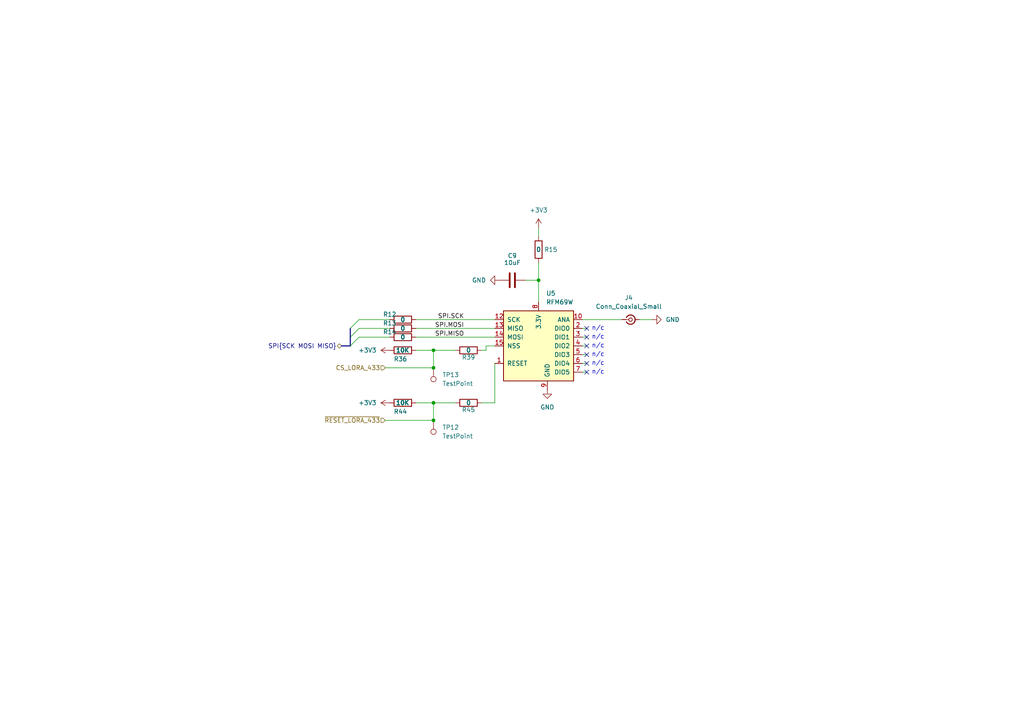
<source format=kicad_sch>
(kicad_sch (version 20231120) (generator "eeschema") (generator_version "8.0")
  (paper "A4")
  (title_block (title "Comms - LoRa 433") (company "catbranchman") (comment 1 "Electrical Engineering Department") (comment 2 "EE 156 / Stanford University") (comment 3 "Flight Club, W6YX, Endurance"))
  (lib_symbols
    (symbol "Connector:Conn_Coaxial_Small" (pin_numbers hide) (pin_names (offset 1.016) hide)
      (property "Reference" "J" (at 0.254 3.048 0))
      (property "Value" "Conn_Coaxial_Small" (at 0 -3.81 0))
      (symbol "Conn_Coaxial_Small_0_1"
        (polyline (pts (xy -2.54 0) (xy -0.508 0)))
        (circle (center 0 0) (radius 0.508) (stroke (width 0.2032)))
      )
      (symbol "Conn_Coaxial_Small_1_1"
        (arc (start -1.1916 -0.6311) (mid 0.327 -1.3081) (end 1.3484 0.0039) (stroke (width 0.3048)))
        (arc (start 1.3484 -0.0039) (mid 0.327 1.3081) (end -1.1916 0.6311) (stroke (width 0.3048)))
        (pin passive line (at -2.54 0 0) (length 1.27) (name "In") (number "1"))
        (pin passive line (at 2.54 0 180) (length 1.27) (name "Ext") (number "2"))
      )
    )
    (symbol "Connector:TestPoint" (pin_numbers hide) (pin_names (offset 0.762) hide)
      (property "Reference" "TP" (at 0 6.858 0))
      (property "Value" "TestPoint" (at 0 5.08 0))
      (symbol "TestPoint_0_1"
        (circle (center 0 3.302) (radius 0.762))
      )
      (symbol "TestPoint_1_1"
        (pin passive line (at 0 0 90) (length 2.54) (name "1") (number "1"))
      )
    )
    (symbol "Device:C" (pin_numbers hide) (pin_names (offset 0.254))
      (property "Reference" "C" (at 0.635 2.54 0))
      (property "Value" "C" (at 0.635 -2.54 0))
      (symbol "C_0_1"
        (polyline (pts (xy -2.032 -0.762) (xy 2.032 -0.762)) (stroke (width 0.508)))
        (polyline (pts (xy -2.032 0.762) (xy 2.032 0.762)) (stroke (width 0.508)))
      )
      (symbol "C_1_1"
        (pin passive line (at 0 3.81 270) (length 2.794) (name "~") (number "1"))
        (pin passive line (at 0 -3.81 90) (length 2.794) (name "~") (number "2"))
      )
    )
    (symbol "Device:R" (pin_numbers hide) (pin_names (offset 0))
      (property "Reference" "R" (at 2.032 0 90))
      (property "Value" "R" (at 0 0 90))
      (symbol "R_0_1"
        (rectangle (start -1.016 -2.54) (end 1.016 2.54) (stroke (width 0.254)))
      )
      (symbol "R_1_1"
        (pin passive line (at 0 3.81 270) (length 1.27) (name "~") (number "1"))
        (pin passive line (at 0 -3.81 90) (length 1.27) (name "~") (number "2"))
      )
    )
    (symbol "RF_Module:RFM69W" (pin_names (offset 1.016))
      (property "Reference" "U" (at -3.81 11.43 0))
      (property "Value" "RFM69W" (at -7.62 13.97 0))
      (symbol "RFM69W_0_1"
        (rectangle (start -10.16 10.16) (end 10.16 -10.16) (stroke (width 0.254)) (fill (type background)))
      )
      (symbol "RFM69W_1_1"
        (pin input line (at -12.7 -5.08 0) (length 2.54) (name "RESET") (number "1"))
        (pin output line (at 12.7 7.62 180) (length 2.54) (name "ANA") (number "10"))
        (pin passive line (at 2.54 -12.7 90) (length 2.54) hide (name "GND") (number "11"))
        (pin input line (at -12.7 7.62 0) (length 2.54) (name "SCK") (number "12"))
        (pin output line (at -12.7 5.08 0) (length 2.54) (name "MISO") (number "13"))
        (pin input line (at -12.7 2.54 0) (length 2.54) (name "MOSI") (number "14"))
        (pin input line (at -12.7 0 0) (length 2.54) (name "NSS") (number "15"))
        (pin no_connect line (at -2.54 -10.16 90) (length 2.54) hide (name "NC") (number "16"))
        (pin bidirectional line (at 12.7 5.08 180) (length 2.54) (name "DIO0") (number "2"))
        (pin bidirectional line (at 12.7 2.54 180) (length 2.54) (name "DIO1") (number "3"))
        (pin bidirectional line (at 12.7 0 180) (length 2.54) (name "DIO2") (number "4"))
        (pin bidirectional line (at 12.7 -2.54 180) (length 2.54) (name "DIO3") (number "5"))
        (pin bidirectional line (at 12.7 -5.08 180) (length 2.54) (name "DIO4") (number "6"))
        (pin bidirectional line (at 12.7 -7.62 180) (length 2.54) (name "DIO5") (number "7"))
        (pin power_in line (at 0 12.7 270) (length 2.54) (name "3.3V") (number "8"))
        (pin power_in line (at 2.54 -12.7 90) (length 2.54) (name "GND") (number "9"))
      )
    )
    (symbol "power:+3V3" (power) (pin_numbers hide) (pin_names (offset 0) hide)
      (property "Value" "+3V3" (at 0 3.556 0))
      (symbol "+3V3_0_1"
        (polyline (pts (xy -0.762 1.27) (xy 0 2.54)))
        (polyline (pts (xy 0 0) (xy 0 2.54)))
        (polyline (pts (xy 0 2.54) (xy 0.762 1.27)))
      )
      (symbol "+3V3_1_1"
        (pin power_in line (at 0 0 90) (length 0) (name "~") (number "1"))
      )
    )
    (symbol "power:GND" (power) (pin_numbers hide) (pin_names (offset 0) hide)
      (property "Value" "GND" (at 0 -3.81 0))
      (symbol "GND_0_1"
        (polyline (pts (xy 0 0) (xy 0 -1.27) (xy 1.27 -1.27) (xy 0 -2.54) (xy -1.27 -1.27) (xy 0 -1.27)))
      )
      (symbol "GND_1_1"
        (pin power_in line (at 0 0 270) (length 0) (name "~") (number "1"))
      )
    )
  )
  (junction (at 125.73 116.84))
  (junction (at 125.73 101.6))
  (junction (at 125.73 106.68))
  (junction (at 156.21 81.28))
  (junction (at 125.73 121.92))
  (no_connect (at 170.18 107.95))
  (no_connect (at 170.18 100.33))
  (no_connect (at 170.18 97.79))
  (no_connect (at 170.18 102.87))
  (no_connect (at 170.18 95.25))
  (no_connect (at 170.18 105.41))
  (bus_entry (at 104.14 95.25) (size -2.54 2.54))
  (bus_entry (at 104.14 92.71) (size -2.54 2.54))
  (bus_entry (at 104.14 97.79) (size -2.54 2.54))
  (wire (pts (xy 125.73 101.6) (xy 125.73 106.68)))
  (wire (pts (xy 140.97 100.33) (xy 143.51 100.33)))
  (wire (pts (xy 168.91 95.25) (xy 170.18 95.25)))
  (wire (pts (xy 185.42 92.71) (xy 189.23 92.71)))
  (wire (pts (xy 168.91 92.71) (xy 180.34 92.71)))
  (wire (pts (xy 125.73 116.84) (xy 125.73 121.92)))
  (wire (pts (xy 168.91 102.87) (xy 170.18 102.87)))
  (bus (pts (xy 101.6 97.79) (xy 101.6 100.33)))
  (wire (pts (xy 111.76 121.92) (xy 125.73 121.92)))
  (wire (pts (xy 125.73 116.84) (xy 132.08 116.84)))
  (wire (pts (xy 168.91 97.79) (xy 170.18 97.79)))
  (wire (pts (xy 156.21 81.28) (xy 156.21 87.63)))
  (wire (pts (xy 156.21 66.04) (xy 156.21 68.58)))
  (wire (pts (xy 140.97 101.6) (xy 140.97 100.33)))
  (wire (pts (xy 168.91 107.95) (xy 170.18 107.95)))
  (wire (pts (xy 120.65 116.84) (xy 125.73 116.84)))
  (wire (pts (xy 168.91 100.33) (xy 170.18 100.33)))
  (wire (pts (xy 120.65 97.79) (xy 143.51 97.79)))
  (wire (pts (xy 143.51 116.84) (xy 143.51 105.41)))
  (wire (pts (xy 156.21 76.2) (xy 156.21 81.28)))
  (wire (pts (xy 120.65 101.6) (xy 125.73 101.6)))
  (wire (pts (xy 104.14 97.79) (xy 113.03 97.79)))
  (wire (pts (xy 104.14 92.71) (xy 113.03 92.71)))
  (wire (pts (xy 120.65 92.71) (xy 143.51 92.71)))
  (wire (pts (xy 152.4 81.28) (xy 156.21 81.28)))
  (wire (pts (xy 104.14 95.25) (xy 113.03 95.25)))
  (wire (pts (xy 139.7 101.6) (xy 140.97 101.6)))
  (bus (pts (xy 99.06 100.33) (xy 101.6 100.33)))
  (wire (pts (xy 111.76 106.68) (xy 125.73 106.68)))
  (wire (pts (xy 120.65 95.25) (xy 143.51 95.25)))
  (wire (pts (xy 125.73 101.6) (xy 132.08 101.6)))
  (wire (pts (xy 139.7 116.84) (xy 143.51 116.84)))
  (wire (pts (xy 168.91 105.41) (xy 170.18 105.41)))
  (bus (pts (xy 101.6 95.25) (xy 101.6 97.79)))
  (text "n/c" (at 173.482 100.33 0) (effects (font (size 1.27 1.27))))
  (text "n/c" (at 173.482 102.87 0) (effects (font (size 1.27 1.27))))
  (text "n/c" (at 173.482 107.95 0) (effects (font (size 1.27 1.27))))
  (text "n/c" (at 173.482 105.41 0) (effects (font (size 1.27 1.27))))
  (text "n/c" (at 173.482 95.25 0) (effects (font (size 1.27 1.27))))
  (text "n/c" (at 173.482 97.79 0) (effects (font (size 1.27 1.27))))
  (label "SPI.MISO" (at 134.62 97.79 180))
  (label "SPI.MOSI" (at 134.62 95.25 180))
  (label "SPI.SCK" (at 134.62 92.71 180))
  (hierarchical_label "~{RESET_LORA_433}" (shape input) (at 111.76 121.92 180))
  (hierarchical_label "CS_LORA_433" (shape input) (at 111.76 106.68 180))
  (hierarchical_label "SPI{SCK MOSI MISO}" (shape bidirectional) (at 99.06 100.33 180))
  (symbol (lib_id "power:+3V3") (at 113.03 101.6 90) (unit 1)
    (property "Reference" "#PWR046" (effects (hide yes)))
    (property "Value" "+3V3" (at 109.22 101.5999 90) (effects (justify left)))
    (property "Description" "Power symbol creates a global label with name \"+3V3\"" (effects (hide yes)))
  )
  (symbol (lib_id "RF_Module:RFM69W") (at 156.21 100.33 0) (unit 1)
    (property "Reference" "U5" (at 158.4041 85.09 0) (effects (justify left)))
    (property "Value" "RFM69W" (at 158.4041 87.63 0) (effects (justify left)))
    (property "Footprint" "RF_Module:HOPERF_RFM69HW" (effects (hide yes)))
    (property "Datasheet" "https://www.hoperf.com/data/upload/portal/20181127/5bfcbe34756e1.pdf" (effects (hide yes)))
    (property "Description" "ISM Radio Transceiver Module, SPI interface" (effects (hide yes)))
    (property "Mfr" "Adafruit" (effects (hide yes)))
    (property "Mfr P/N" "3073" (effects (hide yes)))
    (property "Supplier_1" "Adafruit" (effects (hide yes)))
    (property "Supplier_1 P/N" "3073" (effects (hide yes)))
    (property "Supplier_1 Unit Price" "$19.95" (effects (hide yes)))
    (property "Supplier_1 Price @ Qty" "$15.96 " (effects (hide yes)))
  )
  (symbol (lib_id "Connector:TestPoint") (at 125.73 106.68 180) (unit 1)
    (property "Reference" "TP13" (at 128.27 108.7119 0) (effects (justify right)))
    (property "Value" "TestPoint" (at 128.27 111.2519 0) (effects (justify right)))
    (property "Footprint" "TestPoint:TestPoint_Loop_D2.50mm_Drill1.0mm" (effects (hide yes)))
    (property "Datasheet" "https://www.keyelco.com/userAssets/file/M65p56.pdf" (effects (hide yes)))
    (property "Description" "test point" (effects (hide yes)))
    (property "Mfr" "Keystone Electronics" (effects (hide yes)))
    (property "Mfr P/N" "5001" (effects (hide yes)))
    (property "Supplier_1" "Digikey" (effects (hide yes)))
    (property "Supplier_1 P/N" "36-5001-ND" (effects (hide yes)))
    (property "Supplier_1 Unit Price" "$0.41000 " (effects (hide yes)))
    (property "Supplier_1 Price @ Qty" "$0.14964 " (effects (hide yes)))
  )
  (symbol (lib_id "power:GND") (at 144.78 81.28 270) (unit 1)
    (property "Reference" "#PWR058" (effects (hide yes)))
    (property "Value" "GND" (at 140.97 81.2799 90) (effects (justify right)))
    (property "Description" "Power symbol creates a global label with name \"GND\" , ground" (effects (hide yes)))
  )
  (symbol (lib_id "Connector:Conn_Coaxial_Small") (at 182.88 92.71 0) (unit 1)
    (property "Reference" "J4" (at 182.3604 86.36 0))
    (property "Value" "Conn_Coaxial_Small" (at 182.3604 88.9 0))
    (property "Footprint" "Connector_Coaxial:U.FL_Molex_MCRF_73412-0110_Vertical" (effects (hide yes)))
    (property "Datasheet" "https://www.molex.com/en-us/products/part-detail/734120110?display=pdf" (effects (hide yes)))
    (property "Description" "small coaxial connector (BNC, SMA, SMB, SMC, Cinch/RCA, LEMO, ...)" (effects (hide yes)))
    (property "Mfr" "Molex" (effects (hide yes)))
    (property "Mfr P/N" "0734120110" (effects (hide yes)))
    (property "Supplier_1" "Digikey" (effects (hide yes)))
    (property "Supplier_1 P/N" "WM5587CT-ND" (effects (hide yes)))
    (property "Supplier_1 Unit Price" "$0.94000 " (effects (hide yes)))
    (property "Supplier_1 Price @ Qty" "$0.38945 " (effects (hide yes)))
  )
  (symbol (lib_id "power:+3V3") (at 113.03 116.84 90) (unit 1)
    (property "Reference" "#PWR070" (effects (hide yes)))
    (property "Value" "+3V3" (at 109.22 116.8399 90) (effects (justify left)))
    (property "Description" "Power symbol creates a global label with name \"+3V3\"" (effects (hide yes)))
  )
  (symbol (lib_id "Device:R") (at 116.84 92.71 270) (unit 1)
    (property "Reference" "R12" (at 113.03 91.186 90))
    (property "Value" "0" (at 116.84 92.71 90) (effects (font (thickness 0.254) (bold yes))))
    (property "Footprint" "Resistor_SMD:R_0603_1608Metric" (effects (hide yes)))
    (property "Datasheet" "Datasheet" (effects (hide yes)))
    (property "Description" "Resistor" (effects (hide yes)))
    (property "Mfr" "YAGEO" (effects (hide yes)))
    (property "Mfr P/N" "RC0603JR-070RL" (effects (hide yes)))
    (property "Supplier_1" "Digikey" (effects (hide yes)))
    (property "Supplier_1 P/N" "311-0.0GRCT-ND" (effects (hide yes)))
    (property "Supplier_1 Unit Price" "$0.10000 " (effects (hide yes)))
    (property "Supplier_1 Price @ Qty" "$0.00304 " (effects (hide yes)))
  )
  (symbol (lib_id "power:+3V3") (at 156.21 66.04 0) (unit 1)
    (property "Reference" "#PWR059" (effects (hide yes)))
    (property "Value" "+3V3" (at 156.21 60.96 0))
    (property "Description" "Power symbol creates a global label with name \"+3V3\"" (effects (hide yes)))
  )
  (symbol (lib_id "Device:R") (at 135.89 101.6 270) (unit 1)
    (property "Reference" "R39" (at 135.89 103.632 90))
    (property "Value" "0" (at 135.89 101.6 90) (effects (font (thickness 0.254) (bold yes))))
    (property "Footprint" "Resistor_SMD:R_0603_1608Metric" (effects (hide yes)))
    (property "Datasheet" "Datasheet" (effects (hide yes)))
    (property "Description" "Resistor" (effects (hide yes)))
    (property "Mfr" "YAGEO" (effects (hide yes)))
    (property "Mfr P/N" "RC0603JR-070RL" (effects (hide yes)))
    (property "Supplier_1" "Digikey" (effects (hide yes)))
    (property "Supplier_1 P/N" "311-0.0GRCT-ND" (effects (hide yes)))
    (property "Supplier_1 Unit Price" "$0.10000 " (effects (hide yes)))
    (property "Supplier_1 Price @ Qty" "$0.00304 " (effects (hide yes)))
  )
  (symbol (lib_id "power:GND") (at 189.23 92.71 90) (unit 1)
    (property "Reference" "#PWR061" (effects (hide yes)))
    (property "Value" "GND" (at 193.04 92.7099 90) (effects (justify right)))
    (property "Description" "Power symbol creates a global label with name \"GND\" , ground" (effects (hide yes)))
  )
  (symbol (lib_id "Device:R") (at 116.84 97.79 270) (unit 1)
    (property "Reference" "R14" (at 113.03 96.266 90))
    (property "Value" "0" (at 116.84 97.79 90) (effects (font (thickness 0.254) (bold yes))))
    (property "Footprint" "Resistor_SMD:R_0603_1608Metric" (effects (hide yes)))
    (property "Datasheet" "Datasheet" (effects (hide yes)))
    (property "Description" "Resistor" (effects (hide yes)))
    (property "Mfr" "YAGEO" (effects (hide yes)))
    (property "Mfr P/N" "RC0603JR-070RL" (effects (hide yes)))
    (property "Supplier_1" "Digikey" (effects (hide yes)))
    (property "Supplier_1 P/N" "311-0.0GRCT-ND" (effects (hide yes)))
    (property "Supplier_1 Unit Price" "$0.10000 " (effects (hide yes)))
    (property "Supplier_1 Price @ Qty" "$0.00304 " (effects (hide yes)))
  )
  (symbol (lib_id "Device:R") (at 116.84 101.6 90) (unit 1)
    (property "Reference" "R36" (at 118.11 104.14 90) (effects (justify left)))
    (property "Value" "10K" (at 118.872 101.6 90) (effects (font (thickness 0.254) (bold yes)) (justify left)))
    (property "Footprint" "Resistor_SMD:R_0603_1608Metric" (effects (hide yes)))
    (property "Datasheet" "https://www.seielect.com/catalog/sei-rncp.pdf" (effects (hide yes)))
    (property "Description" "10 kOhms 1% 0.125W, 1/8W Chip Resistor 0603 (1608 Metric) Anti-Sulfur Thin Film" (effects (hide yes)))
    (property "Mfr" "Stackpole Electronics Inc" (effects (hide yes)))
    (property "Mfr P/N" "RNCP0603FTD10K0" (effects (hide yes)))
    (property "Supplier_1" "Digikey" (effects (hide yes)))
    (property "Supplier_1 P/N" "RNCP0603FTD10K0CT-ND" (effects (hide yes)))
    (property "Supplier_1 Unit Price" "0.10" (effects (hide yes)))
    (property "Supplier_1 Price @ Qty" "0.0170" (effects (hide yes)))
  )
  (symbol (lib_id "power:GND") (at 158.75 113.03 0) (unit 1)
    (property "Reference" "#PWR060" (effects (hide yes)))
    (property "Value" "GND" (at 158.75 118.11 0))
    (property "Description" "Power symbol creates a global label with name \"GND\" , ground" (effects (hide yes)))
  )
  (symbol (lib_id "Device:R") (at 116.84 95.25 270) (unit 1)
    (property "Reference" "R13" (at 113.03 93.726 90))
    (property "Value" "0" (at 116.84 95.25 90) (effects (font (thickness 0.254) (bold yes))))
    (property "Footprint" "Resistor_SMD:R_0603_1608Metric" (effects (hide yes)))
    (property "Datasheet" "Datasheet" (effects (hide yes)))
    (property "Description" "Resistor" (effects (hide yes)))
    (property "Mfr" "YAGEO" (effects (hide yes)))
    (property "Mfr P/N" "RC0603JR-070RL" (effects (hide yes)))
    (property "Supplier_1" "Digikey" (effects (hide yes)))
    (property "Supplier_1 P/N" "311-0.0GRCT-ND" (effects (hide yes)))
    (property "Supplier_1 Unit Price" "$0.10000 " (effects (hide yes)))
    (property "Supplier_1 Price @ Qty" "$0.00304 " (effects (hide yes)))
  )
  (symbol (lib_id "Device:R") (at 156.21 72.39 0) (unit 1)
    (property "Reference" "R15" (at 159.766 72.39 0))
    (property "Value" "0" (at 156.21 72.39 0) (effects (font (thickness 0.254) (bold yes))))
    (property "Footprint" "Resistor_SMD:R_0603_1608Metric" (effects (hide yes)))
    (property "Datasheet" "Datasheet" (effects (hide yes)))
    (property "Description" "Resistor" (effects (hide yes)))
    (property "Mfr" "YAGEO" (effects (hide yes)))
    (property "Mfr P/N" "RC0603JR-070RL" (effects (hide yes)))
    (property "Supplier_1" "Digikey" (effects (hide yes)))
    (property "Supplier_1 P/N" "311-0.0GRCT-ND" (effects (hide yes)))
    (property "Supplier_1 Unit Price" "$0.10000 " (effects (hide yes)))
    (property "Supplier_1 Price @ Qty" "$0.00304 " (effects (hide yes)))
  )
  (symbol (lib_id "Device:R") (at 116.84 116.84 90) (unit 1)
    (property "Reference" "R44" (at 118.11 119.38 90) (effects (justify left)))
    (property "Value" "10K" (at 118.872 116.84 90) (effects (font (thickness 0.254) (bold yes)) (justify left)))
    (property "Footprint" "Resistor_SMD:R_0603_1608Metric" (effects (hide yes)))
    (property "Datasheet" "https://www.seielect.com/catalog/sei-rncp.pdf" (effects (hide yes)))
    (property "Description" "10 kOhms 1% 0.125W, 1/8W Chip Resistor 0603 (1608 Metric) Anti-Sulfur Thin Film" (effects (hide yes)))
    (property "Mfr" "Stackpole Electronics Inc" (effects (hide yes)))
    (property "Mfr P/N" "RNCP0603FTD10K0" (effects (hide yes)))
    (property "Supplier_1" "Digikey" (effects (hide yes)))
    (property "Supplier_1 P/N" "RNCP0603FTD10K0CT-ND" (effects (hide yes)))
    (property "Supplier_1 Unit Price" "0.10" (effects (hide yes)))
    (property "Supplier_1 Price @ Qty" "0.0170" (effects (hide yes)))
  )
  (symbol (lib_id "Device:R") (at 135.89 116.84 270) (unit 1)
    (property "Reference" "R45" (at 135.89 118.872 90))
    (property "Value" "0" (at 135.89 116.84 90) (effects (font (thickness 0.254) (bold yes))))
    (property "Footprint" "Resistor_SMD:R_0603_1608Metric" (effects (hide yes)))
    (property "Datasheet" "Datasheet" (effects (hide yes)))
    (property "Description" "Resistor" (effects (hide yes)))
    (property "Mfr" "YAGEO" (effects (hide yes)))
    (property "Mfr P/N" "RC0603JR-070RL" (effects (hide yes)))
    (property "Supplier_1" "Digikey" (effects (hide yes)))
    (property "Supplier_1 P/N" "311-0.0GRCT-ND" (effects (hide yes)))
    (property "Supplier_1 Unit Price" "$0.10000 " (effects (hide yes)))
    (property "Supplier_1 Price @ Qty" "$0.00304 " (effects (hide yes)))
  )
  (symbol (lib_id "Device:C") (at 148.59 81.28 90) (unit 1)
    (property "Reference" "C9" (at 148.59 74.168 90))
    (property "Value" "10uF" (at 148.59 76.2 90))
    (property "Footprint" "Inductor_SMD:L_0805_2012Metric" (effects (hide yes)))
    (property "Datasheet" "https://mm.digikey.com/Volume0/opasdata/d220001/medias/docus/609/CL21A106K0QNNNE_Sp" (effects (hide yes)))
    (property "Description" "10 uF 10% 16V Ceramic Capacitor X5R 0805 (2012 Metric)" (effects (hide yes)))
    (property "Mfr" "Samsung Electro-Mechanics" (effects (hide yes)))
    (property "Mfr P/N" "CL21A106KOQNNNE" (effects (hide yes)))
    (property "Supplier_1" "Digikey" (effects (hide yes)))
    (property "Supplier_1 P/N" "1276-1096-1-ND" (effects (hide yes)))
    (property "Supplier_1 Unit Price" "0.10" (effects (hide yes)))
    (property "Supplier_1 Price @ Qty" "0.03130" (effects (hide yes)))
  )
  (symbol (lib_id "Connector:TestPoint") (at 125.73 121.92 180) (unit 1)
    (property "Reference" "TP12" (at 128.27 123.9519 0) (effects (justify right)))
    (property "Value" "TestPoint" (at 128.27 126.4919 0) (effects (justify right)))
    (property "Footprint" "TestPoint:TestPoint_Loop_D2.50mm_Drill1.0mm" (effects (hide yes)))
    (property "Datasheet" "https://www.keyelco.com/userAssets/file/M65p56.pdf" (effects (hide yes)))
    (property "Description" "test point" (effects (hide yes)))
    (property "Mfr" "Keystone Electronics" (effects (hide yes)))
    (property "Mfr P/N" "5001" (effects (hide yes)))
    (property "Supplier_1" "Digikey" (effects (hide yes)))
    (property "Supplier_1 P/N" "36-5001-ND" (effects (hide yes)))
    (property "Supplier_1 Unit Price" "$0.41000 " (effects (hide yes)))
    (property "Supplier_1 Price @ Qty" "$0.14964 " (effects (hide yes)))
  )
)
</source>
